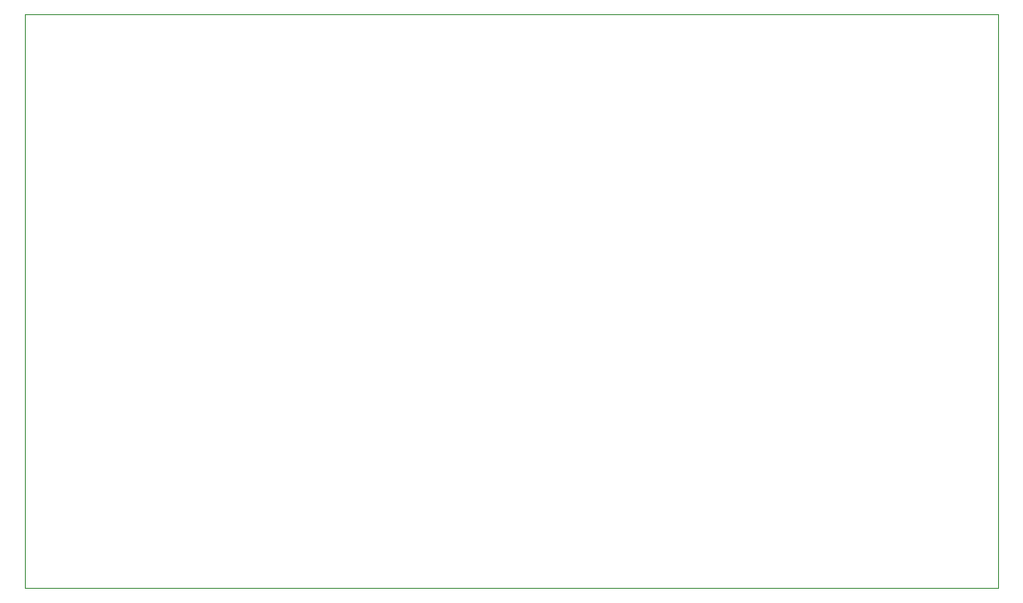
<source format=gm1>
G04 #@! TF.FileFunction,Profile,NP*
%FSLAX46Y46*%
G04 Gerber Fmt 4.6, Leading zero omitted, Abs format (unit mm)*
G04 Created by KiCad (PCBNEW 0.201508090901+6074~28~ubuntu14.04.1-product) date Wed 12 Aug 2015 15:55:11 CEST*
%MOMM*%
G01*
G04 APERTURE LIST*
%ADD10C,0.100000*%
G04 APERTURE END LIST*
D10*
X68580000Y-110744000D02*
X68580000Y-56134000D01*
X161290000Y-110744000D02*
X68580000Y-110744000D01*
X161290000Y-56134000D02*
X161290000Y-110744000D01*
X68580000Y-56134000D02*
X161290000Y-56134000D01*
M02*

</source>
